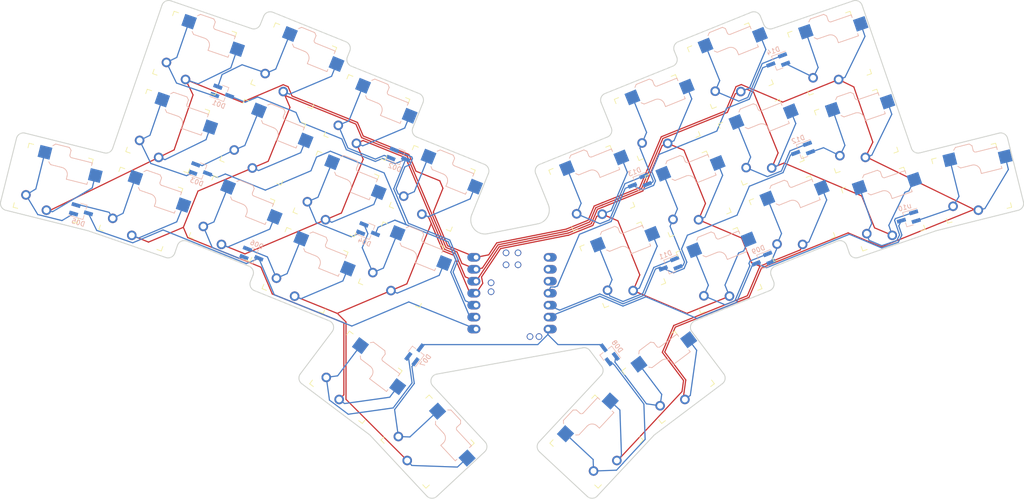
<source format=kicad_pcb>
(kicad_pcb (version 20221018) (generator pcbnew)
  (title_block (title "ilo") (rev "v1.0.0") (company "Unknown"))
  (layers (0 "F.Cu" signal) (31 "B.Cu" signal) (34 "B.Paste" user) (35 "F.Paste" user) (36 "B.SilkS" user "B.Silkscreen") (37 "F.SilkS" user "F.Silkscreen") (38 "B.Mask" user) (39 "F.Mask" user) (44 "Edge.Cuts" user))
  (net 0 "")
  (net 1 "r3")
  (net 2 "c1")
  (net 3 "c2")
  (net 4 "r2")
  (net 5 "r1")
  (net 6 "c3")
  (net 7 "c4")
  (net 8 "r5")
  (net 9 "r6")
  (net 10 "r7")
  (net 11 "r4")
  (net 12 "Net-(D01-A1)")
  (net 13 "Net-(D01-A2)")
  (net 14 "Net-(D02-A1)")
  (net 15 "Net-(D02-A2)")
  (net 16 "Net-(D03-A1)")
  (net 17 "Net-(D03-A2)")
  (net 18 "Net-(D04-A1)")
  (net 19 "Net-(D04-A2)")
  (net 20 "Net-(D05-A1)")
  (net 21 "Net-(D05-A2)")
  (net 22 "Net-(D06-A1)")
  (net 23 "Net-(D06-A2)")
  (net 24 "Net-(D07-A1)")
  (net 25 "Net-(D07-A2)")
  (net 26 "Net-(D08-A1)")
  (net 27 "Net-(D08-A2)")
  (net 28 "Net-(D09-A1)")
  (net 29 "Net-(D09-A2)")
  (net 30 "Net-(D10-A1)")
  (net 31 "Net-(D10-A2)")
  (net 32 "Net-(D11-A1)")
  (net 33 "Net-(D11-A2)")
  (net 34 "Net-(D12-A1)")
  (net 35 "Net-(D12-A2)")
  (net 36 "Net-(D13-A1)")
  (net 37 "Net-(D13-A2)")
  (net 38 "Net-(D14-A1)")
  (net 39 "Net-(D14-A2)")
  (net 41 "gnd")
  (footprint "BeiBob:SW_Kailh_socket_PG1350_optional" (layer "F.Cu") (at 161.743316 104.99698 -22)
    (fp_text reference "SW2")
    (fp_text value "SW_Push")
  )
  (footprint "BeiBob:SW_Kailh_socket_PG1350_optional" (layer "F.Cu") (at 225.963734 184.771961 47)
    (fp_text reference "SW15")
    (fp_text value "SW_Push")
  )
  (footprint "BeiBob:SW_Kailh_socket_PG1350_optional" (layer "F.Cu") (at 231.516671 147.252435 22)
    (fp_text reference "SW21")
    (fp_text value "SW_Push")
  )
  (footprint "BeiBob:SW_Kailh_socket_PG1350_optional" (layer "F.Cu") (at 305.512137 129.923426 14)
    (fp_text reference "SW20")
    (fp_text value "SW_Push")
  )
  (footprint "BeiBob:SW_Kailh_socket_PG1350_optional" (layer "F.Cu") (at 135.020764 118.868785 -19)
    (fp_text reference "SW5")
    (fp_text value "SW_Push")
  )
  (footprint "BeiBob:SW_Kailh_socket_PG1350_optional" (layer "F.Cu") (at 164.146081 148.435067 -22)
    (fp_text reference "SW12")
    (fp_text value "SW_Push")
  )
  (footprint "BeiBob:SW_Kailh_socket_PG1350_optional" (layer "F.Cu") (at 267.461375 137.44841 22)
    (fp_text reference "SW18")
    (fp_text value "SW_Push")
  )
  (footprint "BeiBob:SW_Kailh_socket_PG1350_optional" (layer "F.Cu") (at 140.718209 102.322223 -19)
    (fp_text reference "SW1")
    (fp_text value "SW_Push")
  )
  (footprint "BeiBob:SW_Kailh_socket_PG1350_optional" (layer "F.Cu") (at 177.25731 115.983635 -22)
    (fp_text reference "SW3")
    (fp_text value "SW_Push")
  )
  (footprint "BeiBob:SW_Kailh_socket_PG1350_optional" (layer "F.Cu") (at 238.842549 115.987729 22)
    (fp_text reference "SW26")
    (fp_text value "SW_Push")
  )
  (footprint "BeiBob:SW_Kailh_socket_PG1350_optional" (layer "F.Cu") (at 281.066002 118.862561 19)
    (fp_text reference "SW24")
    (fp_text value "SW_Push")
  )
  (footprint "BeiBob:SW_Kailh_socket_PG1350_optional" (layer "F.Cu") (at 275.38344 102.329134 19)
    (fp_text reference "SW28")
    (fp_text value "SW_Push")
  )
  (footprint "BeiBob:SW_Kailh_socket_PG1350_optional" (layer "F.Cu") (at 190.12973 184.771964 -47)
    (fp_text reference "SW14")
    (fp_text value "SW_Push")
  )
  (footprint "BeiBob:SW_Kailh_socket_PG1350_optional" (layer "F.Cu") (at 174.930674 171.127414 -37)
    (fp_text reference "SW13")
    (fp_text value "SW_Push")
  )
  (footprint "BeiBob:SW_Kailh_socket_PG1350_optional" (layer "F.Cu") (at 260.90576 121.222697 22)
    (fp_text reference "SW23")
    (fp_text value "SW_Push")
  )
  (footprint "BeiBob:SW_Kailh_socket_PG1350_optional" (layer "F.Cu") (at 110.726904 129.927931 -14)
    (fp_text reference "SW9")
    (fp_text value "SW_Push")
  )
  (footprint "BeiBob:SW_Kailh_socket_PG1350_optional" (layer "F.Cu") (at 245.391759 132.209347 22)
    (fp_text reference "SW22")
    (fp_text value "SW_Push")
  )
  (footprint "BeiBob:SW_Kailh_socket_PG1350_optional" (layer "F.Cu") (at 191.132407 131.026709 -22)
    (fp_text reference "SW4")
    (fp_text value "SW_Push")
  )
  (footprint "BeiBob:SW_Kailh_socket_PG1350_optional" (layer "F.Cu") (at 148.632081 137.448415 -22)
    (fp_text reference "SW11")
    (fp_text value "SW_Push")
  )
  (footprint "BeiBob:SW_Kailh_socket_PG1350_optional" (layer "F.Cu") (at 251.947376 148.435068 22)
    (fp_text reference "SW17")
    (fp_text value "SW_Push")
  )
  (footprint "BeiBob:SW_Kailh_socket_PG1350_optional" (layer "F.Cu") (at 286.770139 135.415366 19)
    (fp_text reference "SW19")
    (fp_text value "SW_Push")
  )
  (footprint "BeiBob:SW_Kailh_socket_PG1350_optional" (layer "F.Cu") (at 170.701696 132.209348 -22)
    (fp_text reference "SW7")
    (fp_text value "SW_Push")
  )
  (footprint "BeiBob:SW_Kailh_socket_PG1350_optional" (layer "F.Cu") (at 129.323322 135.415369 -19)
    (fp_text reference "SW10")
    (fp_text value "SW_Push")
  )
  (footprint "BeiBob:SW_Kailh_socket_PG1350_optional" (layer "F.Cu") (at 184.576793 147.252427 -22)
    (fp_text reference "SW8")
    (fp_text value "SW_Push")
  )
  (footprint "BeiBob:SW_Kailh_socket_PG1350_optional" (layer "F.Cu") (at 155.187697 121.222689 -22)
    (fp_text reference "SW6")
    (fp_text value "SW_Push")
  )
  (footprint "BeiBob:SW_Kailh_socket_PG1350_optional" (layer "F.Cu") (at 241.155907 171.123947 37)
    (fp_text reference "SW16")
    (fp_text value "SW_Push")
  )
  (footprint "BeiBob:SW_Kailh_socket_PG1350_optional" (layer "F.Cu") (at 224.957643 131.024643 22)
    (fp_text reference "SW25")
    (fp_text value "SW_Push")
  )
  (footprint "BeiBob:SW_Kailh_socket_PG1350_optional" (layer "F.Cu") (at 254.348554 104.994375 22)
    (fp_text reference "SW27")
    (fp_text value "SW_Push")
  )
  (footprint "Kleeb MCU:xiao-ble-tht" (layer "F.Cu") (at 208.044902 153.276717)
    (fp_text reference "U1" hide)
    (fp_text value "xiao" hide)
  )
  (footprint "Package_TO_SOT_SMD:SOT-23_Handsoldering" (layer "B.Cu") (at 234.979352 129.835683 -158)
    (fp_text reference "D13")
    (fp_text value "BAV70_Small")
  )
  (footprint "Package_TO_SOT_SMD:SOT-23_Handsoldering" (layer "B.Cu") (at 292.049347 137.445678 -163.5)
    (fp_text reference "D10")
    (fp_text value "BAV70_Small")
  )
  (footprint "Package_TO_SOT_SMD:SOT-23_Handsoldering" (layer "B.Cu") (at 228.379349 166.065678 127)
    (fp_text reference "D08")
    (fp_text value "BAV70_Small")
  )
  (footprint "Package_TO_SOT_SMD:SOT-23_Handsoldering" (layer "B.Cu") (at 146.724336 110.850368 -20.5)
    (fp_text reference "D01")
    (fp_text value "BAV70_Small")
  )
  (footprint "Package_TO_SOT_SMD:SOT-23_Handsoldering" (layer "B.Cu") (at 142.054341 127.330364 -20.5)
    (fp_text reference "D03")
    (fp_text value "BAV70_Small")
  )
  (footprint "Package_TO_SOT_SMD:SOT-23_Handsoldering" (layer "B.Cu") (at 264.33935 104.195678 -159.5)
    (fp_text reference "D14")
    (fp_text value "BAV70_Small")
  )
  (footprint "Package_TO_SOT_SMD:SOT-23_Handsoldering" (layer "B.Cu") (at 241.509346 147.455685 -158)
    (fp_text reference "D11")
    (fp_text value "BAV70_Small")
  )
  (footprint "Package_TO_SOT_SMD:SOT-23_Handsoldering" (layer "B.Cu") (at 187.713724 166.065963 53)
    (fp_text reference "D07")
    (fp_text value "BAV70_Small")
  )
  (footprint "Package_TO_SOT_SMD:SOT-23_Handsoldering" (layer "B.Cu") (at 152.947731 145.301183 -22)
    (fp_text reference "D06")
    (fp_text value "BAV70_Small")
  )
  (footprint "Package_TO_SOT_SMD:SOT-23_Handsoldering" (layer "B.Cu") (at 269.60935 122.975678 -159.5)
    (fp_text reference "D12")
    (fp_text value "BAV70_Small")
  )
  (footprint "Package_TO_SOT_SMD:SOT-23_Handsoldering" (layer "B.Cu") (at 184.099348 124.275683 -22)
    (fp_text reference "D02")
    (fp_text value "BAV70_Small")
  )
  (footprint "Package_TO_SOT_SMD:SOT-23_Handsoldering" (layer "B.Cu") (at 177.679345 140.115676 -22)
    (fp_text reference "D04")
    (fp_text value "BAV70_Small")
  )
  (footprint "Package_TO_SOT_SMD:SOT-23_Handsoldering" (layer "B.Cu") (at 261.225367 146.370721 -158)
    (fp_text reference "D09")
    (fp_text value "BAV70_Small")
  )
  (footprint "Package_TO_SOT_SMD:SOT-23_Handsoldering" (layer "B.Cu") (at 116.75935 135.895681 -16.5)
    (fp_text reference "D05")
    (fp_text value "BAV70_Small")
  )
  (gr_arc (start 311.321457 119.296526) (mid 312.456931 119.466185) (end 313.139784 120.389084) (stroke (width 0.2)) (layer "Edge.Cuts"))
  (gr_arc (start 213.852301 186.946068) (mid 213.37618 185.901382) (end 213.778268 184.826043) (stroke (width 0.2)) (layer "Edge.Cuts"))
  (gr_arc (start 191.242138 172.951674) (mid 190.915817 171.455438) (end 192.073041 170.452476) (stroke (width 0.2)) (layer "Edge.Cuts"))
  (gr_line (start 298.064059 139.993571) (end 315.403888 135.670265) (stroke (width 0.2)) (layer "Edge.Cuts"))
  (gr_line (start 213.778268 184.826043) (end 226.953271 170.697581) (stroke (width 0.2)) (layer "Edge.Cuts"))
  (gr_arc (start 242.969729 103.123763) (mid 242.959739 104.271784) (end 242.140866 105.076451) (stroke (width 0.2)) (layer "Edge.Cuts"))
  (gr_line (start 281.479589 145.698023) (end 297.938591 140.030735) (stroke (width 0.2)) (layer "Edge.Cuts"))
  (gr_arc (start 163.44753 172.491352) (mid 162.864812 171.502147) (end 163.152298 170.390678) (stroke (width 0.2)) (layer "Edge.Cuts"))
  (gr_arc (start 202.315164 184.82604) (mid 202.717211 185.901392) (end 202.241128 186.946067) (stroke (width 0.2)) (layer "Edge.Cuts"))
  (gr_arc (start 294.527458 123.483736) (mid 293.448821 123.34654) (end 292.746297 122.516646) (stroke (width 0.2)) (layer "Edge.Cuts"))
  (gr_arc (start 262.999985 149.49702) (mid 263.010015 148.349022) (end 263.828854 147.544334) (stroke (width 0.2)) (layer "Edge.Cuts"))
  (gr_line (start 313.139784 120.389084) (end 316.496451 133.851937) (stroke (width 0.2)) (layer "Edge.Cuts"))
  (gr_arc (start 215.730999 134.475826) (mid 215.588143 137.026913) (end 213.531236 138.542691) (stroke (width 0.2)) (layer "Edge.Cuts"))
  (gr_arc (start 118.029374 139.993571) (mid 118.092514 140.010786) (end 118.154845 140.030736) (stroke (width 0.2)) (layer "Edge.Cuts"))
  (gr_line (start 226.11986 196.334761) (end 238.120788 183.465347) (stroke (width 0.2)) (layer "Edge.Cuts"))
  (gr_arc (start 297.938591 140.030735) (mid 298.000919 140.010783) (end 298.064059 139.993571) (stroke (width 0.2)) (layer "Edge.Cuts"))
  (gr_arc (start 137.089457 143.115655) (mid 137.885694 142.239087) (end 139.069641 142.213234) (stroke (width 0.2)) (layer "Edge.Cuts"))
  (gr_line (start 213.852301 186.946068) (end 223.999837 196.408797) (stroke (width 0.2)) (layer "Edge.Cuts"))
  (gr_line (start 104.771979 119.296526) (end 121.565973 123.483739) (stroke (width 0.2)) (layer "Edge.Cuts"))
  (gr_line (start 223.076797 164.863099) (end 192.073041 170.452476) (stroke (width 0.2)) (layer "Edge.Cuts"))
  (gr_line (start 191.242138 172.951674) (end 202.315164 184.82604) (stroke (width 0.2)) (layer "Edge.Cuts"))
  (gr_arc (start 133.805902 92.142184) (mid 134.566614 91.282333) (end 135.712533 91.212259) (stroke (width 0.2)) (layer "Edge.Cuts"))
  (gr_line (start 263.828854 147.544334) (end 277.023788 142.213232) (stroke (width 0.2)) (layer "Edge.Cuts"))
  (gr_arc (start 252.941132 170.390677) (mid 253.228617 171.502171) (end 252.645901 172.491353) (stroke (width 0.2)) (layer "Edge.Cuts"))
  (gr_arc (start 172.809921 99.8962) (mid 173.628798 100.700866) (end 173.638786 101.848885) (stroke (width 0.2)) (layer "Edge.Cuts"))
  (gr_arc (start 263.515066 150.771898) (mid 263.505068 151.919927) (end 262.686204 152.724582) (stroke (width 0.2)) (layer "Edge.Cuts"))
  (gr_arc (start 280.380901 91.21226) (mid 281.526799 91.28235) (end 282.287532 92.142185) (stroke (width 0.2)) (layer "Edge.Cuts"))
  (gr_line (start 152.578366 150.771897) (end 153.093452 149.497019) (stroke (width 0.2)) (layer "Edge.Cuts"))
  (gr_arc (start 173.952568 105.076449) (mid 173.133712 104.271773) (end 173.123705 103.123765) (stroke (width 0.2)) (layer "Edge.Cuts"))
  (gr_arc (start 155.373267 94.469132) (mid 156.17793 93.65027) (end 157.32595 93.64027) (stroke (width 0.2)) (layer "Edge.Cuts"))
  (gr_arc (start 223.076797 164.863099) (mid 223.889997 164.94263) (end 224.54088 165.436579) (stroke (width 0.2)) (layer "Edge.Cuts"))
  (gr_arc (start 242.454647 101.848885) (mid 242.464685 100.70088) (end 243.283512 99.896201) (stroke (width 0.2)) (layer "Edge.Cuts"))
  (gr_line (start 153.407232 152.724582) (end 169.270634 159.133816) (stroke (width 0.2)) (layer "Edge.Cuts"))
  (gr_arc (start 277.023789 142.213233) (mid 278.207756 142.239057) (end 279.003977 143.115656) (stroke (width 0.2)) (layer "Edge.Cuts"))
  (gr_arc (start 258.767485 93.640267) (mid 259.915507 93.650285) (end 260.72017 94.469136) (stroke (width 0.2)) (layer "Edge.Cuts"))
  (gr_arc (start 316.496451 133.851937) (mid 316.326721 134.987342) (end 315.403888 135.670265) (stroke (width 0.2)) (layer "Edge.Cuts"))
  (gr_line (start 100.689546 135.670267) (end 118.029374 139.993571) (stroke (width 0.2)) (layer "Edge.Cuts"))
  (gr_line (start 123.347136 122.516646) (end 133.805902 92.142184) (stroke (width 0.2)) (layer "Edge.Cuts"))
  (gr_line (start 139.069643 142.213232) (end 152.264584 147.544333) (stroke (width 0.2)) (layer "Edge.Cuts"))
  (gr_arc (start 202.199011 125.925929) (mid 203.017852 126.730612) (end 203.027877 127.878616) (stroke (width 0.2)) (layer "Edge.Cuts"))
  (gr_line (start 202.874643 140.649314) (end 213.531236 138.542691) (stroke (width 0.2)) (layer "Edge.Cuts"))
  (gr_line (start 260.72017 94.469136) (end 261.432888 96.23318) (stroke (width 0.2)) (layer "Edge.Cuts"))
  (gr_arc (start 136.520472 144.768097) (mid 135.759776 145.628012) (end 134.613843 145.698025) (stroke (width 0.2)) (layer "Edge.Cuts"))
  (gr_line (start 227.769515 110.882851) (end 242.140866 105.076451) (stroke (width 0.2)) (layer "Edge.Cuts"))
  (gr_line (start 135.712533 91.212259) (end 152.781414 97.089548) (stroke (width 0.2)) (layer "Edge.Cuts"))
  (gr_line (start 213.894422 125.925934) (end 228.265771 120.119528) (stroke (width 0.2)) (layer "Edge.Cuts"))
  (gr_arc (start 100.689546 135.670267) (mid 99.766644 134.987378) (end 99.596983 133.851939) (stroke (width 0.2)) (layer "Edge.Cuts"))
  (gr_arc (start 169.270634 159.133816) (mid 170.154171 160.123719) (end 169.906677 161.427315) (stroke (width 0.2)) (layer "Edge.Cuts"))
  (gr_line (start 279.572958 144.768099) (end 279.003977 143.115656) (stroke (width 0.2)) (layer "Edge.Cuts"))
  (gr_line (start 282.287532 92.142185) (end 292.746297 122.516646) (stroke (width 0.2)) (layer "Edge.Cuts"))
  (gr_line (start 263.31202 97.089548) (end 280.380901 91.21226) (stroke (width 0.2)) (layer "Edge.Cuts"))
  (gr_line (start 99.596983 133.851939) (end 102.953651 120.389084) (stroke (width 0.2)) (layer "Edge.Cuts"))
  (gr_line (start 137.089457 143.115655) (end 136.520472 144.768097) (stroke (width 0.2)) (layer "Edge.Cuts"))
  (gr_line (start 157.32595 93.64027) (end 172.809922 99.896199) (stroke (width 0.2)) (layer "Edge.Cuts"))
  (gr_arc (start 152.264584 147.544333) (mid 153.083423 148.349015) (end 153.093452 149.497019) (stroke (width 0.2)) (layer "Edge.Cuts"))
  (gr_line (start 187.827662 120.119528) (end 202.199009 125.925929) (stroke (width 0.2)) (layer "Edge.Cuts"))
  (gr_arc (start 246.186753 161.427314) (mid 245.939256 160.123718) (end 246.822796 159.133815) (stroke (width 0.2)) (layer "Edge.Cuts"))
  (gr_arc (start 123.347136 122.516646) (mid 122.6446 123.346516) (end 121.565973 123.483739) (stroke (width 0.2)) (layer "Edge.Cuts"))
  (gr_arc (start 229.094637 118.166844) (mid 229.084599 119.314845) (end 228.265771 120.119528) (stroke (width 0.2)) (layer "Edge.Cuts"))
  (gr_line (start 173.952568 105.076449) (end 188.323919 110.882853) (stroke (width 0.2)) (layer "Edge.Cuts"))
  (gr_line (start 242.969729 103.123763) (end 242.454647 101.848885) (stroke (width 0.2)) (layer "Edge.Cuts"))
  (gr_line (start 243.283514 99.896198) (end 258.767485 93.640267) (stroke (width 0.2)) (layer "Edge.Cuts"))
  (gr_arc (start 281.479589 145.698023) (mid 280.33371 145.627902) (end 279.572958 144.768099) (stroke (width 0.2)) (layer "Edge.Cuts"))
  (gr_arc (start 226.940648 112.835537) (mid 226.950653 111.68752) (end 227.769515 110.882851) (stroke (width 0.2)) (layer "Edge.Cuts"))
  (gr_arc (start 202.874643 140.649314) (mid 199.980988 139.618173) (end 199.511302 136.58245) (stroke (width 0.2)) (layer "Edge.Cuts"))
  (gr_arc (start 192.093602 196.408797) (mid 191.018259 196.810875) (end 189.973569 196.334762) (stroke (width 0.2)) (layer "Edge.Cuts"))
  (gr_line (start 118.154845 140.030736) (end 134.613843 145.698025) (stroke (width 0.2)) (layer "Edge.Cuts"))
  (gr_line (start 213.065556 127.878615) (end 215.730999 134.475826) (stroke (width 0.2)) (layer "Edge.Cuts"))
  (gr_arc (start 102.953651 120.389084) (mid 103.63656 119.466251) (end 104.771979 119.296526) (stroke (width 0.2)) (layer "Edge.Cuts"))
  (gr_arc (start 263.31202 97.089548) (mid 262.201609 97.036236) (end 261.432888 96.23318) (stroke (width 0.2)) (layer "Edge.Cuts"))
  (gr_line (start 173.638785 101.848884) (end 173.123705 103.123765) (stroke (width 0.2)) (layer "Edge.Cuts"))
  (gr_line (start 246.186753 161.427314) (end 252.941132 170.390677) (stroke (width 0.2)) (layer "Edge.Cuts"))
  (gr_arc (start 153.407232 152.724582) (mid 152.58845 151.919898) (end 152.578366 150.771897) (stroke (width 0.2)) (layer "Edge.Cuts"))
  (gr_line (start 199.511302 136.58245) (end 203.027877 127.878616) (stroke (width 0.2)) (layer "Edge.Cuts"))
  (gr_line (start 294.527458 123.483736) (end 311.321457 119.296526) (stroke (width 0.2)) (layer "Edge.Cuts"))
  (gr_line (start 163.44753 172.491352) (end 177.778337 183.290389) (stroke (width 0.2)) (layer "Edge.Cuts"))
  (gr_line (start 238.315095 183.290392) (end 252.645901 172.491353) (stroke (width 0.2)) (layer "Edge.Cuts"))
  (gr_line (start 177.972646 183.465346) (end 189.973569 196.334762) (stroke (width 0.2)) (layer "Edge.Cuts"))
  (gr_arc (start 188.323919 110.882853) (mid 189.142793 111.687518) (end 189.152784 112.835535) (stroke (width 0.2)) (layer "Edge.Cuts"))
  (gr_arc (start 177.778337 183.290389) (mid 177.879314 183.373622) (end 177.972646 183.465346) (stroke (width 0.2)) (layer "Edge.Cuts"))
  (gr_arc (start 187.827662 120.119528) (mid 187.008769 119.314868) (end 186.998796 118.166843) (stroke (width 0.2)) (layer "Edge.Cuts"))
  (gr_arc (start 226.11986 196.334761) (mid 225.075186 196.810754) (end 223.999837 196.408797) (stroke (width 0.2)) (layer "Edge.Cuts"))
  (gr_line (start 227.054193 168.771859) (end 224.54088 165.436579) (stroke (width 0.2)) (layer "Edge.Cuts"))
  (gr_line (start 192.093602 196.408797) (end 202.241131 186.946069) (stroke (width 0.2)) (layer "Edge.Cuts"))
  (gr_line (start 163.152298 170.390678) (end 169.906677 161.427315) (stroke (width 0.2)) (layer "Edge.Cuts"))
  (gr_arc (start 227.054193 168.771859) (mid 227.35421 169.753083) (end 226.953271 170.697581) (stroke (width 0.2)) (layer "Edge.Cuts"))
  (gr_line (start 229.094637 118.166844) (end 226.940648 112.835537) (stroke (width 0.2)) (layer "Edge.Cuts"))
  (gr_arc (start 154.660543 96.23318) (mid 153.891793 97.036204) (end 152.781414 97.089548) (stroke (width 0.2)) (layer "Edge.Cuts"))
  (gr_arc (start 238.120788 183.465347) (mid 238.214126 183.373632) (end 238.315095 183.290392) (stroke (width 0.2)) (layer "Edge.Cuts"))
  (gr_arc (start 213.065556 127.878615) (mid 213.075567 126.730602) (end 213.894424 125.925936) (stroke (width 0.2)) (layer "Edge.Cuts"))
  (gr_line (start 154.660543 96.23318) (end 155.373267 94.469132) (stroke (width 0.2)) (layer "Edge.Cuts"))
  (gr_line (start 262.999985 149.49702) (end 263.515066 150.771898) (stroke (width 0.2)) (layer "Edge.Cuts"))
  (gr_line (start 246.822796 159.133815) (end 262.686204 152.724582) (stroke (width 0.2)) (layer "Edge.Cuts"))
  (gr_line (start 189.152784 112.835535) (end 186.998796 118.166843) (stroke (width 0.2)) (layer "Edge.Cuts"))
  (segment (start 118.197578 136.321702) (end 119.963305 139.941979) (width 0.25) (layer "B.Cu") (net 1))
  (segment (start 127.605298 142.573329) (end 134.032901 139.844974) (width 0.25) (layer "B.Cu") (net 1))
  (segment (start 154.338499 145.863094) (end 157.627282 153.610972) (width 0.25) (layer "B.Cu") (net 1))
  (segment (start 134.032901 139.844974) (end 151.700152 146.983006) (width 0.25) (layer "B.Cu") (net 1))
  (segment (start 119.963305 139.941979) (end 127.605298 142.573329) (width 0.25) (layer "B.Cu") (net 1))
  (segment (start 151.700152 146.983006) (end 154.3385 145.863094) (width 0.25) (layer "B.Cu") (net 1))
  (segment (start 174.063758 160.25174) (end 186.140532 155.125455) (width 0.25) (layer "B.Cu") (net 1))
  (segment (start 186.140532 155.125455) (end 200.424905 160.896711) (width 0.25) (layer "B.Cu") (net 1))
  (segment (start 157.627282 153.610972) (end 174.063758 160.25174) (width 0.25) (layer "B.Cu") (net 1))
  (segment (start 235.110742 130.87284) (end 239.697134 120.067976) (width 0.25) (layer "F.Cu") (net 2))
  (segment (start 191.352923 136.058752) (end 194.392456 143.219445) (width 0.25) (layer "F.Cu") (net 2))
  (segment (start 159.520466 109.015928) (end 160.550501 109.432085) (width 0.25) (layer "F.Cu") (net 2))
  (segment (start 175.261176 117.021479) (end 176.485369 119.905488) (width 0.25) (layer "F.Cu") (net 2))
  (segment (start 140.396873 111.180276) (end 136.379411 122.847832) (width 0.25) (layer "F.Cu") (net 2))
  (segment (start 242.672919 160.477202) (end 240.428532 165.764651) (width 0.25) (layer "F.Cu") (net 2))
  (segment (start 244.706617 175.835898) (end 244.216242 175.378613) (width 0.25) (layer "F.Cu") (net 2))
  (segment (start 253.370583 114.543544) (end 255.541367 109.429489) (width 0.25) (layer "F.Cu") (net 2))
  (segment (start 219.518339 139.675353) (end 224.183366 137.790561) (width 0.25) (layer "F.Cu") (net 2))
  (segment (start 192.717621 129.413579) (end 193.39398 131.006976) (width 0.25) (layer "F.Cu") (net 2))
  (segment (start 109.783756 135.819394) (end 109.299562 135.652676) (width 0.25) (layer "F.Cu") (net 2))
  (segment (start 239.697134 120.067976) (end 253.370583 114.543544) (width 0.25) (layer "F.Cu") (net 2))
  (segment (start 244.375156 175.396034) (end 244.706616 175.835892) (width 0.25) (layer "F.Cu") (net 2))
  (segment (start 203.096778 145.127674) (end 204.795186 142.590615) (width 0.25) (layer "F.Cu") (net 2))
  (segment (start 280.529749 109.480857) (end 284.566079 121.203224) (width 0.25) (layer "F.Cu") (net 2))
  (segment (start 187.665837 127.372531) (end 192.717621 129.413579) (width 0.25) (layer "F.Cu") (net 2))
  (segment (start 282.986856 124.441118) (end 283.204904 124.366048) (width 0.25) (layer "F.Cu") (net 2))
  (segment (start 136.379411 122.847832) (end 133.099917 124.447352) (width 0.25) (layer "F.Cu") (net 2))
  (segment (start 176.485369 119.905488) (end 186.154519 123.812081) (width 0.25) (layer "F.Cu") (net 2))
  (segment (start 306.310671 135.381255) (end 286.344329 143.448181) (width 0.25) (layer "F.Cu") (net 2))
  (segment (start 186.154519 123.812081) (end 187.665837 127.372531) (width 0.25) (layer "F.Cu") (net 2))
  (segment (start 286.344329 143.448181) (end 279.326857 140.469442) (width 0.25) (layer "F.Cu") (net 2))
  (segment (start 194.392456 143.219445) (end 200.424904 145.656709) (width 0.25) (layer "F.Cu") (net 2))
  (segment (start 306.939474 135.648169) (end 306.310671 135.381255) (width 0.25) (layer "F.Cu") (net 2))
  (segment (start 193.39398 131.006976) (end 191.352923 136.058752) (width 0.25) (layer "F.Cu") (net 2))
  (segment (start 265.435465 112.703013) (end 277.304297 107.907698) (width 0.25) (layer "F.Cu") (net 2))
  (segment (start 161.393756 111.418677) (end 175.261176 117.021479) (width 0.25) (layer "F.Cu") (net 2))
  (segment (start 225.467669 134.764941) (end 227.188989 134.069484) (width 0.25) (layer "F.Cu") (net 2))
  (segment (start 160.550501 109.432085) (end 161.393756 111.418677) (width 0.25) (layer "F.Cu") (net 2))
  (segment (start 227.193761 134.071511) (end 235.110742 130.87284) (width 0.25) (layer "F.Cu") (net 2))
  (segment (start 133.099917 124.447352) (end 109.783756 135.819394) (width 0.25) (layer "F.Cu") (net 2))
  (segment (start 244.895627 171.692682) (end 244.375156 175.396034) (width 0.25) (layer "F.Cu") (net 2))
  (segment (start 200.4249 145.656715) (end 203.096778 145.127674) (width 0.25) (layer "F.Cu") (net 2))
  (segment (start 138.797353 107.900776) (end 150.760635 112.734259) (width 0.25) (layer "F.Cu") (net 2))
  (segment (start 204.795186 142.590615) (end 219.518339 139.675353) (width 0.25) (layer "F.Cu") (net 2))
  (segment (start 284.566079 121.203224) (end 282.986856 124.441118) (width 0.25) (layer "F.Cu") (net 2))
  (segment (start 279.326857 140.469442) (end 260.956632 147.891499) (width 0.25) (layer "F.Cu") (net 2))
  (segment (start 258.293169 154.166209) (end 242.672919 160.477202) (width 0.25) (layer "F.Cu") (net 2))
  (segment (start 150.760635 112.734259) (end 159.520466 109.015928) (width 0.25) (layer "F.Cu") (net 2))
  (segment (start 240.428532 165.764651) (end 244.895627 171.692682) (width 0.25) (layer "F.Cu") (net 2))
  (segment (start 260.956632 147.891499) (end 258.293169 154.166209) (width 0.25) (layer "F.Cu") (net 2))
  (segment (start 255.541367 109.429489) (end 256.659373 108.977786) (width 0.25) (layer "F.Cu") (net 2))
  (segment (start 256.659373 108.977786) (end 265.435465 112.703013) (width 0.25) (layer "F.Cu") (net 2))
  (segment (start 138.797354 107.900782) (end 140.396873 111.180276) (width 0.25) (layer "F.Cu") (net 2))
  (segment (start 283.204904 124.366048) (end 306.58614 135.769832) (width 0.25) (layer "F.Cu") (net 2))
  (segment (start 306.58614 135.769832) (end 306.939477 135.648174) (width 0.25) (layer "F.Cu") (net 2))
  (segment (start 227.188989 134.069484) (end 227.193761 134.071511) (width 0.25) (layer "F.Cu") (net 2))
  (segment (start 277.304296 107.907698) (end 280.529749 109.480857) (width 0.25) (layer "F.Cu") (net 2))
  (segment (start 224.183366 137.790561) (end 225.467669 134.764941) (width 0.25) (layer "F.Cu") (net 2))
  (segment (start 277.304295 107.907694) (end 278.662852 107.439903) (width 0.25) (layer "B.Cu") (net 2))
  (segment (start 119.008018 130.919451) (end 119.66331 128.291224) (width 0.25) (layer "B.Cu") (net 2))
  (segment (start 308.333638 135.300565) (end 313.314371 127.011226) (width 0.25) (layer "B.Cu") (net 2))
  (segment (start 245.854126 174.971186) (end 247.200014 165.394682) (width 0.25) (layer "B.Cu") (net 2))
  (segment (start 247.200014 165.394682) (end 245.507809 163.149045) (width 0.25) (layer "B.Cu") (net 2))
  (segment (start 141.476286 108.823214) (end 148.39317 105.449624) (width 0.25) (layer "B.Cu") (net 2))
  (segment (start 138.797357 107.900781) (end 141.476286 108.823214) (width 0.25) (layer "B.Cu") (net 2))
  (segment (start 109.299565 135.652676) (end 110.593633 135.975322) (width 0.25) (layer "B.Cu") (net 2))
  (segment (start 148.39317 105.449624) (end 149.763255 101.470604) (width 0.25) (layer "B.Cu") (net 2))
  (segment (start 313.314371 127.011226) (end 312.634127 124.282913) (width 0.25) (layer "B.Cu") (net 2))
  (segment (start 282.902173 98.748011) (end 281.986729 96.089362) (width 0.25) (layer "B.Cu") (net 2))
  (segment (start 278.662852 107.439903) (end 282.902173 98.748011) (width 0.25) (layer "B.Cu") (net 2))
  (segment (start 110.593633 135.975322) (end 119.008018 130.919451) (width 0.25) (layer "B.Cu") (net 2))
  (segment (start 284.345412 123.973334) (end 288.584732 115.281436) (width 0.25) (layer "B.Cu") (net 2))
  (segment (start 133.099911 124.447347) (end 134.458472 124.915136) (width 0.25) (layer "B.Cu") (net 2))
  (segment (start 143.150365 120.675815) (end 144.065811 118.017168) (width 0.25) (layer "B.Cu") (net 2))
  (segment (start 134.458472 124.915136) (end 143.150365 120.675815) (width 0.25) (layer "B.Cu") (net 2))
  (segment (start 306.939474 135.648169) (end 308.333638 135.300565) (width 0.25) (layer "B.Cu") (net 2))
  (segment (start 244.706615 175.835896) (end 245.854126 174.971186) (width 0.25) (layer "B.Cu") (net 2))
  (segment (start 282.986852 124.441121) (end 284.345412 123.973334) (width 0.25) (layer "B.Cu") (net 2))
  (segment (start 288.584732 115.281436) (end 287.669287 112.62279) (width 0.25) (layer "B.Cu") (net 2))
  (segment (start 157.197275 153.437236) (end 154.779755 147.741903) (width 0.25) (layer "F.Cu") (net 3))
  (segment (start 160.956283 113.820088) (end 156.330248 125.269934) (width 0.25) (layer "F.Cu") (net 3))
  (segment (start 139.262187 141.472398) (end 138.335675 139.289684) (width 0.25) (layer "F.Cu") (net 3))
  (segment (start 152.97752 126.693086) (end 141.447683 131.587205) (width 0.25) (layer "F.Cu") (net 3))
  (segment (start 200.424904 148.196709) (end 197.418481 146.982037) (width 0.25) (layer "F.Cu") (net 3))
  (segment (start 201.760839 147.932193) (end 205.065437 142.995839) (width 0.25) (layer "F.Cu") (net 3))
  (segment (start 156.330248 125.269934) (end 152.97752 126.693086) (width 0.25) (layer "F.Cu") (net 3))
  (segment (start 171.379963 175.839362) (end 172.379961 174.839364) (width 0.25) (layer "F.Cu") (net 3))
  (segment (start 263.115939 126.693083) (end 265.734347 125.635176) (width 0.25) (layer "F.Cu") (net 3))
  (segment (start 240.038527 120.415385) (end 253.711978 114.890956) (width 0.25) (layer "F.Cu") (net 3))
  (segment (start 130.946975 142.425999) (end 127.402468 140.993925) (width 0.25) (layer "F.Cu") (net 3))
  (segment (start 235.452137 131.220251) (end 240.038527 120.415385) (width 0.25) (layer "F.Cu") (net 3))
  (segment (start 200.424902 148.196718) (end 201.760839 147.932193) (width 0.25) (layer "F.Cu") (net 3))
  (segment (start 224.518814 138.151989) (end 225.809062 135.112351) (width 0.25) (layer "F.Cu") (net 3))
  (segment (start 227.184736 134.556539) (end 227.189514 134.558562) (width 0.25) (layer "F.Cu") (net 3))
  (segment (start 257.815017 109.957191) (end 259.254416 110.568177) (width 0.25) (layer "F.Cu") (net 3))
  (segment (start 185.813125 124.159494) (end 176.143969 120.252901) (width 0.25) (layer "F.Cu") (net 3))
  (segment (start 159.884047 111.294059) (end 159.533134 110.467366) (width 0.25) (layer "F.Cu") (net 3))
  (segment (start 172.379961 174.839364) (end 172.379961 159.571439) (width 0.25) (layer "F.Cu") (net 3))
  (segment (start 225.809062 135.112351) (end 227.184736 134.556539) (width 0.25) (layer "F.Cu") (net 3))
  (segment (start 264.475366 123.490475) (end 263.115942 126.693085) (width 0.25) (layer "F.Cu") (net 3))
  (segment (start 176.143969 120.252901) (end 174.919779 117.368889) (width 0.25) (layer "F.Cu") (net 3))
  (segment (start 172.379961 159.571439) (end 157.197275 153.437236) (width 0.25) (layer "F.Cu") (net 3))
  (segment (start 253.711978 114.890956) (end 255.390424 110.936791) (width 0.25) (layer "F.Cu") (net 3))
  (segment (start 259.254416 110.568177) (end 264.475366 123.490475) (width 0.25) (layer "F.Cu") (net 3))
  (segment (start 227.189514 134.558562) (end 235.452137 131.220251) (width 0.25) (layer "F.Cu") (net 3))
  (segment (start 196.365794 144.50207) (end 194.051063 143.566849) (width 0.25) (layer "F.Cu") (net 3))
  (segment (start 154.779755 147.741903) (end 139.262187 141.472398) (width 0.25) (layer "F.Cu") (net 3))
  (segment (start 205.065437 142.995839) (end 219.703846 140.097359) (width 0.25) (layer "F.Cu") (net 3))
  (segment (start 197.418481 146.982037) (end 196.365794 144.50207) (width 0.25) (layer "F.Cu") (net 3))
  (segment (start 282.195366 132.622464) (end 284.933195 139.398838) (width 0.25) (layer "F.Cu") (net 3))
  (segment (start 219.703846 140.097359) (end 224.518814 138.151989) (width 0.25) (layer "F.Cu") (net 3))
  (segment (start 255.390424 110.936791) (end 257.815017 109.957191) (width 0.25) (layer "F.Cu") (net 3))
  (segment (start 141.447683 131.587205) (end 138.335675 139.289684) (width 0.25) (layer "F.Cu") (net 3))
  (segment (start 174.919779 117.368889) (end 159.884047 111.294059) (width 0.25) (layer "F.Cu") (net 3))
  (segment (start 284.933195 139.398838) (end 288.690991 140.993927) (width 0.25) (layer "F.Cu") (net 3))
  (segment (start 138.335675 139.289684) (end 130.946975 142.425999) (width 0.25) (layer "F.Cu") (net 3))
  (segment (start 159.533134 110.467366) (end 160.956283 113.820088) (width 0.25) (layer "F.Cu") (net 3))
  (segment (start 265.734347 125.635176) (end 282.195366 132.622464) (width 0.25) (layer "F.Cu") (net 3))
  (segment (start 194.051063 143.566849) (end 185.813125 124.159494) (width 0.25) (layer "F.Cu") (net 3))
  (segment (start 127.402469 140.993928) (end 128.822666 141.567725) (width 0.25) (layer "B.Cu") (net 3))
  (segment (start 163.211583 123.452711) (end 154.30973 127.231323) (width 0.25) (layer "B.Cu") (net 3))
  (segment (start 169.767203 107.227001) (end 170.820537 104.619908) (width 0.25) (layer "B.Cu") (net 3))
  (segment (start 293.373425 129.175594) (end 292.211019 131.558884) (width 0.25) (layer "B.Cu") (net 3))
  (segment (start 172.527476 176.704075) (end 182.103981 175.358184) (width 0.25) (layer "B.Cu") (net 3))
  (segment (start 171.379965 175.839364) (end 172.527476 176.704075) (width 0.25) (layer "B.Cu") (net 3))
  (segment (start 154.30973 127.231323) (end 152.977517 126.693074) (width 0.25) (layer "B.Cu") (net 3))
  (segment (start 164.264918 120.845619) (end 163.211583 123.452711) (width 0.25) (layer "B.Cu") (net 3))
  (segment (start 159.533137 110.467363) (end 160.865351 111.005613) (width 0.25) (layer "B.Cu") (net 3))
  (segment (start 128.822666 141.567725) (end 136.928768 138.126889) (width 0.25) (layer "B.Cu") (net 3))
  (segment (start 182.103981 175.358184) (end 183.796189 173.11255) (width 0.25) (layer "B.Cu") (net 3))
  (segment (start 160.865351 111.005613) (end 169.767203 107.227001) (width 0.25) (layer "B.Cu") (net 3))
  (segment (start 292.211019 131.558884) (end 291.37461 131.846881) (width 0.25) (layer "B.Cu") (net 3))
  (segment (start 136.928768 138.126889) (end 138.368369 134.563751) (width 0.25) (layer "B.Cu") (net 3))
  (segment (start 291.37461 131.846881) (end 287.955336 138.857428) (width 0.25) (layer "B.Cu") (net 3))
  (segment (start 287.955336 138.857428) (end 288.690991 140.993927) (width 0.25) (layer "B.Cu") (net 3))
  (segment (start 263.11594 126.693084) (end 264.448156 126.154834) (width 0.25) (layer "B.Cu") (net 3))
  (segment (start 268.226768 117.252981) (end 267.173433 114.645889) (width 0.25) (layer "B.Cu") (net 3))
  (segment (start 264.448156 126.154834) (end 268.226768 117.252981) (width 0.25) (layer "B.Cu") (net 3))
  (segment (start 256.558734 110.464761) (end 258.403434 109.719455) (width 0.25) (layer "B.Cu") (net 3))
  (segment (start 258.403434 109.719455) (end 261.876618 101.537146) (width 0.25) (layer "B.Cu") (net 3))
  (segment (start 261.876618 101.537146) (end 260.616226 98.417568) (width 0.25) (layer "B.Cu") (net 3))
  (segment (start 143.459346 127.855675) (end 145.531304 128.6928) (width 0.25) (layer "B.Cu") (net 4))
  (segment (start 180.921069 127.736645) (end 185.582388 138.71803) (width 0.25) (layer "B.Cu") (net 4))
  (segment (start 165.397141 127.288657) (end 166.572702 124.379044) (width 0.25) (layer "B.Cu") (net 4))
  (segment (start 194.493541 142.334177) (end 196.115986 146.156413) (width 0.25) (layer "B.Cu") (net 4))
  (segment (start 147.247724 127.96422) (end 155.731001 131.391689) (width 0.25) (layer "B.Cu") (net 4))
  (segment (start 155.731001 131.391689) (end 165.397141 127.288657) (width 0.25) (layer "B.Cu") (net 4))
  (segment (start 195.051905 148.790104) (end 198.841063 157.716791) (width 0.25) (layer "B.Cu") (net 4))
  (segment (start 166.572702 124.379044) (end 169.5172 123.129183) (width 0.25) (layer "B.Cu") (net 4))
  (segment (start 185.582388 138.71803) (end 183.211511 137.760134) (width 0.25) (layer "B.Cu") (net 4))
  (segment (start 179.635579 139.27803) (end 183.192434 137.768232) (width 0.25) (layer "B.Cu") (net 4))
  (segment (start 169.5172 123.129183) (end 180.921069 127.736645) (width 0.25) (layer "B.Cu") (net 4))
  (segment (start 183.192434 137.768232) (end 194.493541 142.334177) (width 0.25) (layer "B.Cu") (net 4))
  (segment (start 198.841063 157.716791) (end 200.424898 158.356713) (width 0.25) (layer "B.Cu") (net 4))
  (segment (start 145.531304 128.6928) (end 147.247724 127.96422) (width 0.25) (layer "B.Cu") (net 4))
  (segment (start 179.070123 140.677583) (end 179.635579 139.278026) (width 0.25) (layer "B.Cu") (net 4))
  (segment (start 196.115986 146.156413) (end 195.051905 148.790104) (width 0.25) (layer "B.Cu") (net 4))
  (segment (start 151.474284 112.727121) (end 154.095636 111.614427) (width 0.25) (layer "B.Cu") (net 5))
  (segment (start 163.098089 116.945058) (end 171.931553 120.514003) (width 0.25) (layer "B.Cu") (net 5))
  (segment (start 196.603043 146.152166) (end 195.538963 148.785851) (width 0.25) (layer "B.Cu") (net 5))
  (segment (start 179.0553 125.297262) (end 180.567623 124.655319) (width 0.25) (layer "B.Cu") (net 5))
  (segment (start 154.095636 111.614427) (end 162.230494 114.901126) (width 0.25) (layer "B.Cu") (net 5))
  (segment (start 194.834941 141.986772) (end 196.603043 146.152166) (width 0.25) (layer "B.Cu") (net 5))
  (segment (start 185.490124 124.837593) (end 182.95353 131.115883) (width 0.25) (layer "B.Cu") (net 5))
  (segment (start 180.567623 124.655319) (end 183.309625 125.76316) (width 0.25) (layer "B.Cu") (net 5))
  (segment (start 183.309625 125.76316) (end 185.490124 124.837593) (width 0.25) (layer "B.Cu") (net 5))
  (segment (start 172.907603 122.813433) (end 179.0553 125.297262) (width 0.25) (layer "B.Cu") (net 5))
  (segment (start 182.95353 131.115883) (end 186.063686 138.442956) (width 0.25) (layer "B.Cu") (net 5))
  (segment (start 186.063686 138.442956) (end 194.834941 141.986772) (width 0.25) (layer "B.Cu") (net 5))
  (segment (start 148.129348 111.375677) (end 151.474284 112.727121) (width 0.25) (layer "B.Cu") (net 5))
  (segment (start 198.129775 154.889423) (end 200.424904 155.81671) (width 0.25) (layer "B.Cu") (net 5))
  (segment (start 171.931553 120.514003) (end 172.907603 122.813433) (width 0.25) (layer "B.Cu") (net 5))
  (segment (start 195.538963 148.785851) (end 198.129775 154.889423) (width 0.25) (layer "B.Cu") (net 5))
  (segment (start 162.230494 114.901126) (end 163.098089 116.945058) (width 0.25) (layer "B.Cu") (net 5))
  (segment (start 230.445437 188.789926) (end 244.095577 174.151946) (width 0.25) (layer "F.Cu") (net 6))
  (segment (start 196.038971 144.883804) (end 198.129771 149.809417) (width 0.25) (layer "F.Cu") (net 6))
  (segment (start 239.884408 121.930142) (end 241.052724 121.458112) (width 0.25) (layer "F.Cu") (net 6))
  (segment (start 219.967816 140.503826) (end 224.845972 138.532925) (width 0.25) (layer "F.Cu") (net 6))
  (segment (start 185.471725 124.506902) (end 193.724234 143.948601) (width 0.25) (layer "F.Cu") (net 6))
  (segment (start 227.185261 135.045622) (end 235.793536 131.567653) (width 0.25) (layer "F.Cu") (net 6))
  (segment (start 258.825542 146.784408) (end 260.615232 147.54409) (width 0.25) (layer "F.Cu") (net 6))
  (segment (start 247.601936 137.679729) (end 256.708837 141.545381) (width 0.25) (layer "F.Cu") (net 6))
  (segment (start 151.40552 144.932308) (end 146.421904 142.918796) (width 0.25) (layer "F.Cu") (net 6))
  (segment (start 176.479055 124.827417) (end 171.864922 136.247803) (width 0.25) (layer "F.Cu") (net 6))
  (segment (start 249.071881 134.216768) (end 247.601936 137.679729) (width 0.25) (layer "F.Cu") (net 6))
  (segment (start 244.369957 171.74283) (end 239.956973 165.886605) (width 0.25) (layer "F.Cu") (net 6))
  (segment (start 244.095577 174.151946) (end 244.417586 171.860722) (width 0.25) (layer "F.Cu") (net 6))
  (segment (start 176.445955 120.86025) (end 185.471725 124.506902) (width 0.25) (layer "F.Cu") (net 6))
  (segment (start 227.180488 135.043596) (end 227.185261 135.045622) (width 0.25) (layer "F.Cu") (net 6))
  (segment (start 244.417586 171.860722) (end 244.369957 171.74283) (width 0.25) (layer "F.Cu") (net 6))
  (segment (start 175.047132 121.454017) (end 176.479055 124.827417) (width 0.25) (layer "F.Cu") (net 6))
  (segment (start 260.615232 147.54409) (end 269.176476 144.085121) (width 0.25) (layer "F.Cu") (net 6))
  (segment (start 235.793536 131.567653) (end 239.884408 121.930142) (width 0.25) (layer "F.Cu") (net 6))
  (segment (start 239.956973 165.886605) (end 239.923289 165.803236) (width 0.25) (layer "F.Cu") (net 6))
  (segment (start 269.176476 144.085121) (end 269.671555 142.918795) (width 0.25) (layer "F.Cu") (net 6))
  (segment (start 171.864922 136.247803) (end 168.491519 137.679736) (width 0.25) (layer "F.Cu") (net 6))
  (segment (start 226.15046 135.459756) (end 227.180488 135.043596) (width 0.25) (layer "F.Cu") (net 6))
  (segment (start 175.047128 121.454017) (end 176.445955 120.86025) (width 0.25) (layer "F.Cu") (net 6))
  (segment (start 224.845972 138.532925) (end 226.15046 135.459756) (width 0.25) (layer "F.Cu") (net 6))
  (segment (start 257.951769 153.818806) (end 242.331522 160.129791) (width 0.25) (layer "F.Cu") (net 6))
  (segment (start 230.278718 188.795751) (end 230.445437 188.789926) (width 0.25) (layer "F.Cu") (net 6))
  (segment (start 198.129771 149.809417) (end 200.424908 150.736707) (width 0.25) (layer "F.Cu") (net 6))
  (segment (start 239.923289 165.803236) (end 242.331522 160.129791) (width 0.25) (layer "F.Cu") (net 6))
  (segment (start 205.335688 143.401066) (end 219.967816 140.503826) (width 0.25) (layer "F.Cu") (net 6))
  (segment (start 241.052725 121.458117) (end 244.509959 122.925622) (width 0.25) (layer "F.Cu") (net 6))
  (segment (start 200.424904 150.736715) (end 205.335688 143.401066) (width 0.25) (layer "F.Cu") (net 6))
  (segment (start 256.708837 141.545381) (end 258.825542 146.784408) (width 0.25) (layer "F.Cu") (net 6))
  (segment (start 168.491519 137.679736) (end 151.40552 144.932308) (width 0.25) (layer "F.Cu") (net 6))
  (segment (start 193.724234 143.948601) (end 196.038971 144.883804) (width 0.25) (layer "F.Cu") (net 6))
  (segment (start 244.509959 122.925622) (end 249.071881 134.216768) (width 0.25) (layer "F.Cu") (net 6))
  (segment (start 260.615232 147.54409) (end 257.951769 153.818806) (width 0.25) (layer "F.Cu") (net 6))
  (segment (start 146.4219 142.918802) (end 147.754115 143.457051) (width 0.25) (layer "B.Cu") (net 6))
  (segment (start 147.754115 143.457051) (end 156.655967 139.678441) (width 0.25) (layer "B.Cu") (net 6))
  (segment (start 246.163558 112.018013) (end 245.110222 109.41092) (width 0.25) (layer "B.Cu") (net 6))
  (segment (start 271.003769 142.380546) (end 274.78238 133.478695) (width 0.25) (layer "B.Cu") (net 6))
  (segment (start 252.712764 128.239632) (end 251.659429 125.63254) (width 0.25) (layer "B.Cu") (net 6))
  (segment (start 248.934153 137.141482) (end 252.712764 128.239632) (width 0.25) (layer "B.Cu") (net 6))
  (segment (start 169.823732 138.217984) (end 178.725582 134.439372) (width 0.25) (layer "B.Cu") (net 6))
  (segment (start 230.278721 188.795751) (end 231.258642 187.744913) (width 0.25) (layer "B.Cu") (net 6))
  (segment (start 274.78238 133.478695) (end 273.729047 130.871604) (width 0.25) (layer "B.Cu") (net 6))
  (segment (start 230.921141 178.080185) (end 228.864692 176.162515) (width 0.25) (layer "B.Cu") (net 6))
  (segment (start 241.052729 121.458113) (end 242.384945 120.919863) (width 0.25) (layer "B.Cu") (net 6))
  (segment (start 156.655967 139.678441) (end 157.7093 137.071347) (width 0.25) (layer "B.Cu") (net 6))
  (segment (start 242.384945 120.919863) (end 246.163558 112.018013) (width 0.25) (layer "B.Cu") (net 6))
  (segment (start 269.671553 142.918798) (end 271.003769 142.380546) (width 0.25) (layer "B.Cu") (net 6))
  (segment (start 231.258642 187.744913) (end 230.921141 178.080185) (width 0.25) (layer "B.Cu") (net 6))
  (segment (start 185.281198 118.213659) (end 186.33453 115.606565) (width 0.25) (layer "B.Cu") (net 6))
  (segment (start 176.379345 121.992271) (end 185.281198 118.213659) (width 0.25) (layer "B.Cu") (net 6))
  (segment (start 247.601938 137.679733) (end 248.934153 137.141482) (width 0.25) (layer "B.Cu") (net 6))
  (segment (start 168.491517 137.679734) (end 169.823732 138.217984) (width 0.25) (layer "B.Cu") (net 6))
  (segment (start 178.725582 134.439372) (end 179.778917 131.832279) (width 0.25) (layer "B.Cu") (net 6))
  (segment (start 175.047131 121.454019) (end 176.379345 121.992271) (width 0.25) (layer "B.Cu") (net 6))
  (segment (start 190.310486 137.057984) (end 190.91224 138.475636) (width 0.25) (layer "F.Cu") (net 7))
  (segment (start 225.99951 136.967057) (end 227.16782 136.495028) (width 0.25) (layer "F.Cu") (net 7))
  (segment (start 198.84106 152.636798) (end 195.697575 145.231217) (width 0.25) (layer "F.Cu") (net 7))
  (segment (start 201.835949 151.168921) (end 201.571428 149.832978) (width 0.25) (layer "F.Cu") (net 7))
  (segment (start 245.11751 157.557865) (end 254.157555 153.905449) (width 0.25) (layer "F.Cu") (net 7))
  (segment (start 195.697575 145.231217) (end 193.382843 144.296004) (width 0.25) (layer "F.Cu") (net 7))
  (segment (start 230.503711 137.91103) (end 235.141533 149.390029) (width 0.25) (layer "F.Cu") (net 7))
  (segment (start 172.829962 159.385044) (end 172.829962 175.810975) (width 0.25) (layer "F.Cu") (net 7))
  (segment (start 201.571428 149.832978) (end 205.605943 143.806292) (width 0.25) (layer "F.Cu") (net 7))
  (segment (start 182.366611 152.722818) (end 170.975947 157.557861) (width 0.25) (layer "F.Cu") (net 7))
  (segment (start 188.922227 136.497096) (end 190.310486 137.057984) (width 0.25) (layer "F.Cu") (net 7))
  (segment (start 185.733413 151.29369) (end 190.91224 138.475636) (width 0.25) (layer "F.Cu") (net 7))
  (segment (start 219.963572 140.990886) (end 225.187374 138.88033) (width 0.25) (layer "F.Cu") (net 7))
  (segment (start 200.424901 153.276717) (end 201.835949 151.168921) (width 0.25) (layer "F.Cu") (net 7))
  (segment (start 170.975947 157.557861) (end 161.935903 153.90545) (width 0.25) (layer "F.Cu") (net 7))
  (segment (start 200.424907 153.276716) (end 198.84106 152.636798) (width 0.25) (layer "F.Cu") (net 7))
  (segment (start 227.167823 136.495031) (end 230.503711 137.91103) (width 0.25) (layer "F.Cu") (net 7))
  (segment (start 235.141533 149.390029) (end 233.726849 152.722816) (width 0.25) (layer "F.Cu") (net 7))
  (segment (start 172.829962 175.810975) (end 185.81474 188.795751) (width 0.25) (layer "F.Cu") (net 7))
  (segment (start 170.975947 157.557861) (end 171.002782 157.557863) (width 0.25) (layer "F.Cu") (net 7))
  (segment (start 233.726849 152.722816) (end 245.11751 157.557865) (width 0.25) (layer "F.Cu") (net 7))
  (segment (start 171.002782 157.557863) (end 172.829962 159.385044) (width 0.25) (layer "F.Cu") (net 7))
  (segment (start 219.919424 140.972145) (end 219.963572 140.990886) (width 0.25) (layer "F.Cu") (net 7))
  (segment (start 185.733413 151.29369) (end 182.366611 152.722818) (width 0.25) (layer "F.Cu") (net 7))
  (segment (start 205.605943 143.806292) (end 219.919424 140.972145) (width 0.25) (layer "F.Cu") (net 7))
  (segment (start 225.187374 138.88033) (end 225.99951 136.967057) (width 0.25) (layer "F.Cu") (net 7))
  (segment (start 193.382843 144.296004) (end 190.91224 138.475636) (width 0.25) (layer "F.Cu") (net 7))
  (segment (start 256.096362 144.736516) (end 257.178964 144.299114) (width 0.25) (layer "B.Cu") (net 7))
  (segment (start 183.69883 153.26106) (end 192.60068 149.48245) (width 0.25) (layer "B.Cu") (net 7))
  (segment (start 257.178964 144.299114) (end 258.215047 141.85826) (width 0.25) (layer "B.Cu") (net 7))
  (segment (start 233.726851 152.722821) (end 235.059065 152.184571) (width 0.25) (layer "B.Cu") (net 7))
  (segment (start 186.794665 189.846591) (end 196.459393 190.184091) (width 0.25) (layer "B.Cu") (net 7))
  (segment (start 182.366614 152.722812) (end 183.69883 153.26106) (width 0.25) (layer "B.Cu") (net 7))
  (segment (start 235.059065 152.184571) (end 238.837674 143.282717) (width 0.25) (layer "B.Cu") (net 7))
  (segment (start 199.156294 133.256731) (end 200.209628 130.649639) (width 0.25) (layer "B.Cu") (net 7))
  (segment (start 185.814743 188.795754) (end 186.794665 189.846591) (width 0.25) (layer "B.Cu") (net 7))
  (segment (start 163.268116 154.443701) (end 172.169969 150.665089) (width 0.25) (layer "B.Cu") (net 7))
  (segment (start 254.157554 153.905451) (end 253.205071 151.547971) (width 0.25) (layer "B.Cu") (net 7))
  (segment (start 232.51135 127.630883) (end 231.225314 124.447833) (width 0.25) (layer "B.Cu") (net 7))
  (segment (start 172.169969 150.665089) (end 173.223301 148.057995) (width 0.25) (layer "B.Cu") (net 7))
  (segment (start 227.167823 136.495026) (end 229.075995 135.724076) (width 0.25) (layer "B.Cu") (net 7))
  (segment (start 196.459393 190.184091) (end 198.515842 188.266422) (width 0.25) (layer "B.Cu") (net 7))
  (segment (start 238.837674 143.282717) (end 237.784341 140.675626) (width 0.25) (layer "B.Cu") (net 7))
  (segment (start 188.922227 136.497092) (end 190.254442 137.035342) (width 0.25) (layer "B.Cu") (net 7))
  (segment (start 253.205071 151.547971) (end 256.096362 144.736516) (width 0.25) (layer "B.Cu") (net 7))
  (segment (start 229.075995 135.724076) (end 232.51135 127.630883) (width 0.25) (layer "B.Cu") (net 7))
  (segment (start 161.935902 153.90545) (end 163.268116 154.443701) (width 0.25) (layer "B.Cu") (net 7))
  (segment (start 192.60068 149.48245) (end 193.654015 146.875356) (width 0.25) (layer "B.Cu") (net 7))
  (segment (start 190.254442 137.035342) (end 199.156294 133.256731) (width 0.25) (layer "B.Cu") (net 7))
  (segment (start 286.432362 143.665832) (end 289.975527 142.445823) (width 0.25) (layer "B.Cu") (net 8))
  (segment (start 289.975527 142.445823) (end 290.721886 140.915555) (width 0.25) (layer "B.Cu") (net 8))
  (segment (start 259.834591 146.932629) (end 262.017687 147.859296) (width 0.25) (layer "B.Cu") (net 8))
  (segment (start 215.67845 158.362468) (end 226.656265 153.927142) (width 0.25) (layer "B.Cu") (net 8))
  (segment (start 279.587828 140.760501) (end 286.432362 143.665832) (width 0.25) (layer "B.Cu") (net 8))
  (segment (start 255.656321 155.231568) (end 259.043304 147.252328) (width 0.25) (layer "B.Cu") (net 8))
  (segment (start 290.061687 138.998199) (end 290.611118 137.871701) (width 0.25) (layer "B.Cu") (net 8))
  (segment (start 259.043304 147.252328) (end 259.834591 146.932629) (width 0.25) (layer "B.Cu") (net 8))
  (segment (start 215.664902 158.356717) (end 215.67845 158.362468) (width 0.25) (layer "B.Cu") (net 8))
  (segment (start 262.017687 147.859296) (end 279.587828 140.760501) (width 0.25) (layer "B.Cu") (net 8))
  (segment (start 236.438391 154.044282) (end 247.243247 158.630673) (width 0.25) (layer "B.Cu") (net 8))
  (segment (start 231.567992 156.01205) (end 236.438391 154.044282) (width 0.25) (layer "B.Cu") (net 8))
  (segment (start 290.721886 140.915555) (end 290.061687 138.998199) (width 0.25) (layer "B.Cu") (net 8))
  (segment (start 247.243247 158.630673) (end 255.656321 155.231568) (width 0.25) (layer "B.Cu") (net 8))
  (segment (start 226.656265 153.927142) (end 231.567992 156.01205) (width 0.25) (layer "B.Cu") (net 8))
  (segment (start 231.572246 155.524992) (end 226.646962 153.434332) (width 0.25) (layer "B.Cu") (net 9))
  (segment (start 218.144873 156.8694) (end 215.664903 155.816712) (width 0.25) (layer "B.Cu") (net 9))
  (segment (start 267.103624 123.945709) (end 265.519348 127.67803) (width 0.25) (layer "B.Cu") (net 9))
  (segment (start 243.993442 143.895688) (end 245.117263 146.677241) (width 0.25) (layer "B.Cu") (net 9))
  (segment (start 239.467672 147.741302) (end 238.450548 148.152248) (width 0.25) (layer "B.Cu") (net 9))
  (segment (start 236.096994 153.696878) (end 231.572246 155.524992) (width 0.25) (layer "B.Cu") (net 9))
  (segment (start 255.762949 136.713799) (end 245.236744 140.966661) (width 0.25) (layer "B.Cu") (net 9))
  (segment (start 226.646962 153.434332) (end 218.144873 156.8694) (width 0.25) (layer "B.Cu") (net 9))
  (segment (start 238.450548 148.152248) (end 236.096994 153.696878) (width 0.25) (layer "B.Cu") (net 9))
  (segment (start 268.204339 123.500993) (end 267.103624 123.945709) (width 0.25) (layer "B.Cu") (net 9))
  (segment (start 258.372778 130.565432) (end 255.762949 136.713799) (width 0.25) (layer "B.Cu") (net 9))
  (segment (start 242.29907 148.943161) (end 239.467672 147.741302) (width 0.25) (layer "B.Cu") (net 9))
  (segment (start 245.117263 146.677241) (end 244.5397 148.037887) (width 0.25) (layer "B.Cu") (net 9))
  (segment (start 245.236744 140.966661) (end 243.993442 143.895688) (width 0.25) (layer "B.Cu") (net 9))
  (segment (start 244.5397 148.037887) (end 242.29907 148.943161) (width 0.25) (layer "B.Cu") (net 9))
  (segment (start 265.519348 127.67803) (end 258.372778 130.565432) (width 0.25) (layer "B.Cu") (net 9))
  (segment (start 258.379549 112.079104) (end 261.206566 105.419061) (width 0.25) (layer "B.Cu") (net 10))
  (segment (start 238.066611 130.394892) (end 238.474287 129.434466) (width 0.25) (layer "B.Cu") (net 10))
  (segment (start 216.223085 151.961717) (end 217.122313 151.961718) (width 0.25) (layer "B.Cu") (net 10))
  (segment (start 253.516454 114.04392) (end 258.379549 112.079104) (width 0.25) (layer "B.Cu") (net 10))
  (segment (start 261.206566 105.419061) (end 262.934343 104.720995) (width 0.25) (layer "B.Cu") (net 10))
  (segment (start 237.679104 127.466314) (end 239.233093 123.805353) (width 0.25) (layer "B.Cu") (net 10))
  (segment (start 217.122313 151.961718) (end 217.682255 151.735481) (width 0.25) (layer "B.Cu") (net 10))
  (segment (start 235.769075 131.323156) (end 238.066611 130.394892) (width 0.25) (layer "B.Cu") (net 10))
  (segment (start 229.065817 138.051422) (end 231.45835 132.414973) (width 0.25) (layer "B.Cu") (net 10))
  (segment (start 233.588578 130.397591) (end 232.05098 131.01882) (width 0.25) (layer "B.Cu") (net 10))
  (segment (start 215.664898 153.276711) (end 216.223085 151.961717) (width 0.25) (layer "B.Cu") (net 10))
  (segment (start 233.588578 130.397591) (end 235.769075 131.323156) (width 0.25) (layer "B.Cu") (net 10))
  (segment (start 222.33677 140.770133) (end 229.065817 138.051422) (width 0.25) (layer "B.Cu") (net 10))
  (segment (start 239.233093 123.805353) (end 251.471918 118.860542) (width 0.25) (layer "B.Cu") (net 10))
  (segment (start 238.474287 129.434466) (end 237.679104 127.466314) (width 0.25) (layer "B.Cu") (net 10))
  (segment (start 217.682255 151.735481) (end 222.33677 140.770133) (width 0.25) (layer "B.Cu") (net 10))
  (segment (start 251.471918 118.860542) (end 253.516454 114.04392) (width 0.25) (layer "B.Cu") (net 10))
  (segment (start 232.05098 131.01882) (end 231.45835 132.414973) (width 0.25) (layer "B.Cu") (net 10))
  (segment (start 215.664904 162.027159) (end 213.502408 164.189657) (width 0.25) (layer "B.Cu") (net 11))
  (segment (start 215.664907 160.896711) (end 215.664903 162.064426) (width 0.25) (layer "B.Cu") (net 11))
  (segment (start 226.798557 164.189658) (end 227.476627 164.867724) (width 0.25) (layer "B.Cu") (net 11))
  (segment (start 189.2948 164.189656) (end 213.502408 164.189657) (width 0.25) (layer "B.Cu") (net 11))
  (segment (start 188.616448 164.868007) (end 189.2948 164.189656) (width 0.25) (layer "B.Cu") (net 11))
  (segment (start 215.664907 160.896711) (end 215.664904 162.027159) (width 0.25) (layer "B.Cu") (net 11))
  (segment (start 215.664903 162.064426) (end 217.79013 164.189656) (width 0.25) (layer "B.Cu") (net 11))
  (segment (start 217.79013 164.189656) (end 226.798557 164.189658) (width 0.25) (layer "B.Cu") (net 11))
  (segment (start 139.558764 95.630151) (end 136.946081 103.217937) (width 0.25) (layer "B.Cu") (net 12))
  (segment (start 136.946081 103.217937) (end 134.753456 104.287353) (width 0.25) (layer "B.Cu") (net 12))
  (segment (start 134.759233 104.299198) (end 136.886707 108.661159) (width 0.25) (layer "B.Cu") (net 12))
  (segment (start 136.886707 108.661159) (end 144.545178 111.298189) (width 0.25) (layer "B.Cu") (net 12))
  (segment (start 144.545178 111.298189) (end 145.053112 111.050448) (width 0.25) (layer "B.Cu") (net 12))
  (segment (start 150.797782 104.777486) (end 155.750363 106.482797) (width 0.25) (layer "B.Cu") (net 13))
  (segment (start 146.552755 106.847921) (end 150.797782 104.777486) (width 0.25) (layer "B.Cu") (net 13))
  (segment (start 157.929479 105.694047) (end 155.683892 106.647244) (width 0.25) (layer "B.Cu") (net 13))
  (segment (start 145.718503 109.270768) (end 146.552755 106.847921) (width 0.25) (layer "B.Cu") (net 13))
  (segment (start 160.935699 98.253399) (end 157.929479 105.694047) (width 0.25) (layer "B.Cu") (net 13))
  (segment (start 171.197901 117.633943) (end 173.248998 122.466025) (width 0.25) (layer "B.Cu") (net 14))
  (segment (start 173.443473 116.680706) (end 171.197887 117.633901) (width 0.25) (layer "B.Cu") (net 14))
  (segment (start 180.921415 124.01628) (end 182.352741 124.594574) (width 0.25) (layer "B.Cu") (net 14))
  (segment (start 173.248998 122.466025) (end 179.051049 124.810204) (width 0.25) (layer "B.Cu") (net 14))
  (segment (start 179.051049 124.810204) (end 180.921415 124.01628) (width 0.25) (layer "B.Cu") (net 14))
  (segment (start 176.449692 109.240056) (end 173.443473 116.680706) (width 0.25) (layer "B.Cu") (net 14))
  (segment (start 183.440588 131.111633) (end 183.904671 132.204945) (width 0.25) (layer "B.Cu") (net 15))
  (segment (start 183.904671 132.204945) (end 185.072983 132.676973) (width 0.25) (layer "B.Cu") (net 15))
  (segment (start 186.925177 124.689279) (end 186.398347 125.993228) (width 0.25) (layer "B.Cu") (net 15))
  (segment (start 186.398347 125.993228) (end 185.324371 126.449105) (width 0.25) (layer "B.Cu") (net 15))
  (segment (start 190.324788 124.283129) (end 187.318571 131.723779) (width 0.25) (layer "B.Cu") (net 15))
  (segment (start 187.318571 131.723779) (end 185.072983 132.676973) (width 0.25) (layer "B.Cu") (net 15))
  (segment (start 185.324371 126.449105) (end 183.440588 131.111633) (width 0.25) (layer "B.Cu") (net 15))
  (segment (start 183.064449 122.832947) (end 186.773272 124.331409) (width 0.25) (layer "B.Cu") (net 15))
  (segment (start 186.773272 124.331409) (end 186.925177 124.689279) (width 0.25) (layer "B.Cu") (net 15))
  (segment (start 139.006321 128.333978) (end 140.328476 127.689115) (width 0.25) (layer "B.Cu") (net 16))
  (segment (start 133.861321 112.176716) (end 131.248637 119.764502) (width 0.25) (layer "B.Cu") (net 16))
  (segment (start 131.444024 125.730071) (end 139.006321 128.333978) (width 0.25) (layer "B.Cu") (net 16))
  (segment (start 131.248637 119.764502) (end 129.056013 120.833916) (width 0.25) (layer "B.Cu") (net 16))
  (segment (start 129.06179 120.845766) (end 131.444024 125.730071) (width 0.25) (layer "B.Cu") (net 16))
  (segment (start 154.380079 114.479108) (end 151.373861 121.919758) (width 0.25) (layer "B.Cu") (net 17))
  (segment (start 142.326005 126.190644) (end 149.140115 122.867182) (width 0.25) (layer "B.Cu") (net 17))
  (segment (start 141.04851 125.750768) (end 142.326005 126.190644) (width 0.25) (layer "B.Cu") (net 17))
  (segment (start 151.373861 121.919758) (end 149.128272 122.872954) (width 0.25) (layer "B.Cu") (net 17))
  (segment (start 166.527616 138.301208) (end 167.45808 138.677139) (width 0.25) (layer "B.Cu") (net 18))
  (segment (start 169.894078 125.465769) (end 166.88786 132.906419) (width 0.25) (layer "B.Cu") (net 18))
  (segment (start 168.54205 139.115092) (end 173.921213 141.288416) (width 0.25) (layer "B.Cu") (net 18))
  (segment (start 167.47415 138.71501) (end 168.504184 139.131166) (width 0.25) (layer "B.Cu") (net 18))
  (segment (start 173.921213 141.288416) (end 175.932738 140.434571) (width 0.25) (layer "B.Cu") (net 18))
  (segment (start 167.45808 138.677139) (end 167.47415 138.71501) (width 0.25) (layer "B.Cu") (net 18))
  (segment (start 166.88786 132.906419) (end 164.642271 133.859614) (width 0.25) (layer "B.Cu") (net 18))
  (segment (start 164.64229 133.859662) (end 166.527616 138.301208) (width 0.25) (layer "B.Cu") (net 18))
  (segment (start 168.504184 139.131166) (end 168.54205 139.115092) (width 0.25) (layer "B.Cu") (net 18))
  (segment (start 176.644464 138.672987) (end 177.479831 140.640986) (width 0.25) (layer "B.Cu") (net 19))
  (segment (start 183.769175 140.508845) (end 180.762956 147.949496) (width 0.25) (layer "B.Cu") (net 19))
  (segment (start 176.27563 143.621496) (end 178.419351 148.671786) (width 0.25) (layer "B.Cu") (net 19))
  (segment (start 180.762956 147.949496) (end 178.517368 148.902691) (width 0.25) (layer "B.Cu") (net 19))
  (segment (start 177.479831 140.640986) (end 176.27563 143.621496) (width 0.25) (layer "B.Cu") (net 19))
  (segment (start 178.419351 148.671786) (end 178.583846 148.738248) (width 0.25) (layer "B.Cu") (net 19))
  (segment (start 112.595062 137.856394) (end 115.081268 136.362532) (width 0.25) (layer "B.Cu") (net 20))
  (segment (start 104.974126 132.435417) (end 107.462457 136.576692) (width 0.25) (layer "B.Cu") (net 20))
  (segment (start 107.047198 131.149001) (end 108.988621 123.362377) (width 0.25) (layer "B.Cu") (net 20))
  (segment (start 104.956122 132.405446) (end 107.047198 131.149001) (width 0.25) (layer "B.Cu") (net 20))
  (segment (start 107.462457 136.576692) (end 112.595062 137.856394) (width 0.25) (layer "B.Cu") (net 20))
  (segment (start 115.685774 134.377281) (end 122.588107 136.098223) (width 0.25) (layer "B.Cu") (net 21))
  (segment (start 122.588107 136.098223) (end 123.230633 137.16757) (width 0.25) (layer "B.Cu") (net 21))
  (segment (start 115.657408 134.394325) (end 115.685774 134.377281) (width 0.25) (layer "B.Cu") (net 21))
  (segment (start 125.551194 136.311085) (end 123.35857 137.380499) (width 0.25) (layer "B.Cu") (net 21))
  (segment (start 123.230633 137.16757) (end 123.425048 137.216043) (width 0.25) (layer "B.Cu") (net 21))
  (segment (start 128.163879 128.723298) (end 125.551194 136.311085) (width 0.25) (layer "B.Cu") (net 21))
  (segment (start 147.824462 130.704835) (end 144.818244 138.145487) (width 0.25) (layer "B.Cu") (net 22))
  (segment (start 144.818244 138.145487) (end 142.572655 139.098684) (width 0.25) (layer "B.Cu") (net 22))
  (segment (start 142.572676 139.098718) (end 144.474076 143.578142) (width 0.25) (layer "B.Cu") (net 22))
  (segment (start 150.220794 145.899966) (end 151.26755 145.455649) (width 0.25) (layer "B.Cu") (net 22))
  (segment (start 144.474076 143.578142) (end 150.220794 145.899966) (width 0.25) (layer "B.Cu") (net 22))
  (segment (start 160.332246 149.132137) (end 158.086657 150.085331) (width 0.25) (layer "B.Cu") (net 23))
  (segment (start 157.98864 149.854421) (end 158.153142 149.920885) (width 0.25) (layer "B.Cu") (net 23))
  (segment (start 163.338463 141.691485) (end 160.332246 149.132137) (width 0.25) (layer "B.Cu") (net 23))
  (segment (start 151.979307 143.694) (end 152.077318 143.924907) (width 0.25) (layer "B.Cu") (net 23))
  (segment (start 156.174349 145.58021) (end 157.98864 149.854421) (width 0.25) (layer "B.Cu") (net 23))
  (segment (start 152.077318 143.924907) (end 156.174349 145.58021) (width 0.25) (layer "B.Cu") (net 23))
  (segment (start 187.569705 167.835638) (end 186.80925 168.844795) (width 0.25) (layer "B.Cu") (net 24))
  (segment (start 183.136524 177.985544) (end 183.940592 183.706788) (width 0.25) (layer "B.Cu") (net 24))
  (segment (start 186.378626 183.791927) (end 192.247739 178.31889) (width 0.25) (layer "B.Cu") (net 24))
  (segment (start 187.31466 172.440971) (end 183.136524 177.985544) (width 0.25) (layer "B.Cu") (net 24))
  (segment (start 183.940593 183.706788) (end 186.378626 183.791927) (width 0.25) (layer "B.Cu") (net 24))
  (segment (start 186.80925 168.844795) (end 187.31466 172.440971) (width 0.25) (layer "B.Cu") (net 24))
  (segment (start 169.327857 175.972102) (end 173.30436 178.968612) (width 0.25) (layer "B.Cu") (net 25))
  (segment (start 182.842394 177.628129) (end 186.843098 172.319016) (width 0.25) (layer "B.Cu") (net 25))
  (segment (start 168.6506 171.153153) (end 171.066376 170.813638) (width 0.25) (layer "B.Cu") (net 25))
  (segment (start 171.066376 170.813638) (end 175.895941 164.404589) (width 0.25) (layer "B.Cu") (net 25))
  (segment (start 186.843098 172.319016) (end 186.052299 166.692193) (width 0.25) (layer "B.Cu") (net 25))
  (segment (start 168.650598 171.153155) (end 169.327857 175.972102) (width 0.25) (layer "B.Cu") (net 25))
  (segment (start 173.30436 178.968612) (end 182.842394 177.628129) (width 0.25) (layer "B.Cu") (net 25))
  (segment (start 229.87006 167.906612) (end 236.540839 176.759035) (width 0.25) (layer "B.Cu") (net 26))
  (segment (start 239.789142 174.752059) (end 239.449626 177.167837) (width 0.25) (layer "B.Cu") (net 26))
  (segment (start 236.540839 176.759035) (end 239.449625 177.167835) (width 0.25) (layer "B.Cu") (net 26))
  (segment (start 234.959575 168.34301) (end 239.789142 174.752059) (width 0.25) (layer "B.Cu") (net 26))
  (segment (start 230.040773 166.691908) (end 229.87006 167.906612) (width 0.25) (layer "B.Cu") (net 26))
  (segment (start 230.196232 190.850489) (end 231.638289 189.304072) (width 0.25) (layer "B.Cu") (net 27))
  (segment (start 231.638289 189.304072) (end 231.637375 189.277908) (width 0.25) (layer "B.Cu") (net 27))
  (segment (start 225.332884 191.020325) (end 225.247748 188.58229) (width 0.25) (layer "B.Cu") (net 27))
  (segment (start 229.80721 168.570946) (end 229.000517 167.818692) (width 0.25) (layer "B.Cu") (net 27))
  (segment (start 229.000517 167.818692) (end 228.523368 167.835354) (width 0.25) (layer "B.Cu") (net 27))
  (segment (start 236.272197 184.307668) (end 236.01011 176.802471) (width 0.25) (layer "B.Cu") (net 27))
  (segment (start 225.247748 188.58229) (end 219.378634 183.109256) (width 0.25) (layer "B.Cu") (net 27))
  (segment (start 225.332882 191.020322) (end 230.196232 190.850489) (width 0.25) (layer "B.Cu") (net 27))
  (segment (start 236.01011 176.802471) (end 229.80721 168.570946) (width 0.25) (layer "B.Cu") (net 27))
  (segment (start 231.637375 189.277908) (end 236.272197 184.307668) (width 0.25) (layer "B.Cu") (net 27))
  (segment (start 262.268772 144.907948) (end 262.260266 144.927983) (width 0.25) (layer "B.Cu") (net 28))
  (segment (start 255.314924 154.884159) (end 258.477352 147.433946) (width 0.25) (layer "B.Cu") (net 28))
  (segment (start 258.505172 146.445141) (end 262.260265 144.927984) (width 0.25) (layer "B.Cu") (net 28))
  (segment (start 248.734962 153.831399) (end 253.214423 155.732817) (width 0.25) (layer "B.Cu") (net 28))
  (segment (start 258.286237 146.960917) (end 258.505172 146.445141) (width 0.25) (layer "B.Cu") (net 28))
  (segment (start 262.273871 144.92057) (end 262.268772 144.907948) (width 0.25) (layer "B.Cu") (net 28))
  (segment (start 246.681941 144.14516) (end 249.68816 151.58581) (width 0.25) (layer "B.Cu") (net 28))
  (segment (start 258.477352 147.433946) (end 258.286237 146.960917) (width 0.25) (layer "B.Cu") (net 28))
  (segment (start 253.214423 155.732817) (end 255.314924 154.884159) (width 0.25) (layer "B.Cu") (net 28))
  (segment (start 249.68816 151.58581) (end 248.73496 153.831401) (width 0.25) (layer "B.Cu") (net 28))
  (segment (start 262.261247 144.925671) (end 262.273871 144.92057) (width 0.25) (layer "B.Cu") (net 28))
  (segment (start 264.248964 142.844744) (end 265.202154 140.599155) (width 0.25) (layer "B.Cu") (net 29))
  (segment (start 265.202154 140.599155) (end 262.195938 133.158504) (width 0.25) (layer "B.Cu") (net 29))
  (segment (start 264.422139 143.27337) (end 264.248963 142.844739) (width 0.25) (layer "B.Cu") (net 29))
  (segment (start 262.972021 146.689636) (end 264.422139 143.27337) (width 0.25) (layer "B.Cu") (net 29))
  (segment (start 289.172323 137.797499) (end 289.345691 137.442037) (width 0.25) (layer "B.Cu") (net 30))
  (segment (start 283.764661 142.044596) (end 286.449185 143.184111) (width 0.25) (layer "B.Cu") (net 30))
  (segment (start 284.349119 138.443553) (end 281.736436 130.855765) (width 0.25) (layer "B.Cu") (net 30))
  (segment (start 283.279703 140.636176) (end 283.764661 142.044596) (width 0.25) (layer "B.Cu") (net 30))
  (segment (start 283.279707 140.636176) (end 284.349119 138.443553) (width 0.25) (layer "B.Cu") (net 30))
  (segment (start 289.652777 142.081026) (end 290.235717 140.885818) (width 0.25) (layer "B.Cu") (net 30))
  (segment (start 290.235717 140.885818) (end 289.172323 137.797499) (width 0.25) (layer "B.Cu") (net 30))
  (segment (start 286.449185 143.184111) (end 289.652777 142.081026) (width 0.25) (layer "B.Cu") (net 30))
  (segment (start 289.345691 137.442037) (end 293.217761 136.108775) (width 0.25) (layer "B.Cu") (net 30))
  (segment (start 301.335617 135.321143) (end 301.579963 134.820159) (width 0.25) (layer "B.Cu") (net 31))
  (segment (start 300.894984 124.942457) (end 302.836407 132.729083) (width 0.25) (layer "B.Cu") (net 31))
  (segment (start 293.757388 137.930535) (end 301.335617 135.321143) (width 0.25) (layer "B.Cu") (net 31))
  (segment (start 302.836407 132.729083) (end 301.579965 134.820159) (width 0.25) (layer "B.Cu") (net 31))
  (segment (start 226.251232 142.962529) (end 229.257451 150.403179) (width 0.25) (layer "B.Cu") (net 32))
  (segment (start 229.257451 150.403179) (end 228.304256 152.648769) (width 0.25) (layer "B.Cu") (net 32))
  (segment (start 235.755598 153.349468) (end 238.109153 147.804841) (width 0.25) (layer "B.Cu") (net 32))
  (segment (start 228.792001 153.855986) (end 231.576494 155.037933) (width 0.25) (layer "B.Cu") (net 32))
  (segment (start 228.304252 152.648768) (end 228.792001 153.855986) (width 0.25) (layer "B.Cu") (net 32))
  (segment (start 238.109153 147.804841) (end 242.544247 146.012948) (width 0.25) (layer "B.Cu") (net 32))
  (segment (start 231.576494 155.037933) (end 235.755598 153.349468) (width 0.25) (layer "B.Cu") (net 32))
  (segment (start 243.132542 135.36009) (end 242.179345 137.605682) (width 0.25) (layer "B.Cu") (net 33))
  (segment (start 240.126323 127.919443) (end 243.132542 135.36009) (width 0.25) (layer "B.Cu") (net 33))
  (segment (start 244.350268 147.332487) (end 244.630202 146.672989) (width 0.25) (layer "B.Cu") (net 33))
  (segment (start 243.255996 147.7746) (end 244.350268 147.332487) (width 0.25) (layer "B.Cu") (net 33))
  (segment (start 244.630202 146.672989) (end 241.558094 139.069254) (width 0.25) (layer "B.Cu") (net 33))
  (segment (start 241.558094 139.069254) (end 242.179344 137.605678) (width 0.25) (layer "B.Cu") (net 33))
  (segment (start 265.177953 127.330622) (end 266.994944 123.050061) (width 0.25) (layer "B.Cu") (net 34))
  (segment (start 255.640323 116.932791) (end 258.646541 124.373441) (width 0.25) (layer "B.Cu") (net 34))
  (segment (start 262.202176 128.532911) (end 265.177953 127.330622) (width 0.25) (layer "B.Cu") (net 34))
  (segment (start 258.646541 124.373441) (end 257.693347 126.61903) (width 0.25) (layer "B.Cu") (net 34))
  (segment (start 257.693344 126.61903) (end 262.202176 128.532911) (width 0.25) (layer "B.Cu") (net 34))
  (segment (start 266.994944 123.050061) (end 270.681658 121.560531) (width 0.25) (layer "B.Cu") (net 34))
  (segment (start 274.104889 122.390611) (end 277.575568 124.083373) (width 0.25) (layer "B.Cu") (net 35))
  (segment (start 277.575566 124.083373) (end 278.64498 121.890747) (width 0.25) (layer "B.Cu") (net 35))
  (segment (start 271.347052 123.34021) (end 274.104889 122.390611) (width 0.25) (layer "B.Cu") (net 35))
  (segment (start 278.64498 121.890747) (end 276.032296 114.302961) (width 0.25) (layer "B.Cu") (net 35))
  (segment (start 236.01425 128.392948) (end 231.985873 130.020516) (width 0.25) (layer "B.Cu") (net 36))
  (segment (start 228.724419 137.704014) (end 226.697324 138.523011) (width 0.25) (layer "B.Cu") (net 36))
  (segment (start 226.697324 138.523011) (end 221.745228 136.420976) (width 0.25) (layer "B.Cu") (net 36))
  (segment (start 221.745228 136.420974) (end 222.698426 134.175384) (width 0.25) (layer "B.Cu") (net 36))
  (segment (start 222.698426 134.175384) (end 219.692206 126.734736) (width 0.25) (layer "B.Cu") (net 36))
  (segment (start 231.985873 130.020516) (end 228.724419 137.704014) (width 0.25) (layer "B.Cu") (net 36))
  (segment (start 235.630135 121.384061) (end 236.583331 119.138473) (width 0.25) (layer "B.Cu") (net 37))
  (segment (start 237.987232 129.430215) (end 235.172224 122.462827) (width 0.25) (layer "B.Cu") (net 37))
  (segment (start 235.172224 122.462827) (end 235.630135 121.384061) (width 0.25) (layer "B.Cu") (net 37))
  (segment (start 236.583331 119.138473) (end 233.577113 111.697822) (width 0.25) (layer "B.Cu") (net 37))
  (segment (start 236.726001 130.154593) (end 237.877175 129.689492) (width 0.25) (layer "B.Cu") (net 37))
  (segment (start 237.877175 129.689492) (end 237.987232 129.430215) (width 0.25) (layer "B.Cu") (net 37))
  (segment (start 265.411659 102.780532) (end 261.097885 104.523408) (width 0.25) (layer "B.Cu") (net 38))
  (segment (start 256.120536 112.506463) (end 251.13614 110.39071) (width 0.25) (layer "B.Cu") (net 38))
  (segment (start 261.097885 104.523408) (end 258.038149 111.731695) (width 0.25) (layer "B.Cu") (net 38))
  (segment (start 258.038149 111.731695) (end 256.120536 112.506463) (width 0.25) (layer "B.Cu") (net 38))
  (segment (start 251.136141 110.390707) (end 252.089336 108.14512) (width 0.25) (layer "B.Cu") (net 38))
  (segment (start 252.089336 108.14512) (end 249.083117 100.704468) (width 0.25) (layer "B.Cu") (net 38))
  (segment (start 271.829647 107.365933) (end 271.893013 107.549949) (width 0.25) (layer "B.Cu") (net 39))
  (segment (start 270.349737 97.769534) (end 272.962421 105.357321) (width 0.25) (layer "B.Cu") (net 39))
  (segment (start 272.962421 105.357321) (end 271.893007 107.549946) (width 0.25) (layer "B.Cu") (net 39))
  (segment (start 266.077052 104.560206) (end 271.829647 107.365933) (width 0.25) (layer "B.Cu") (net 39))
)
</source>
